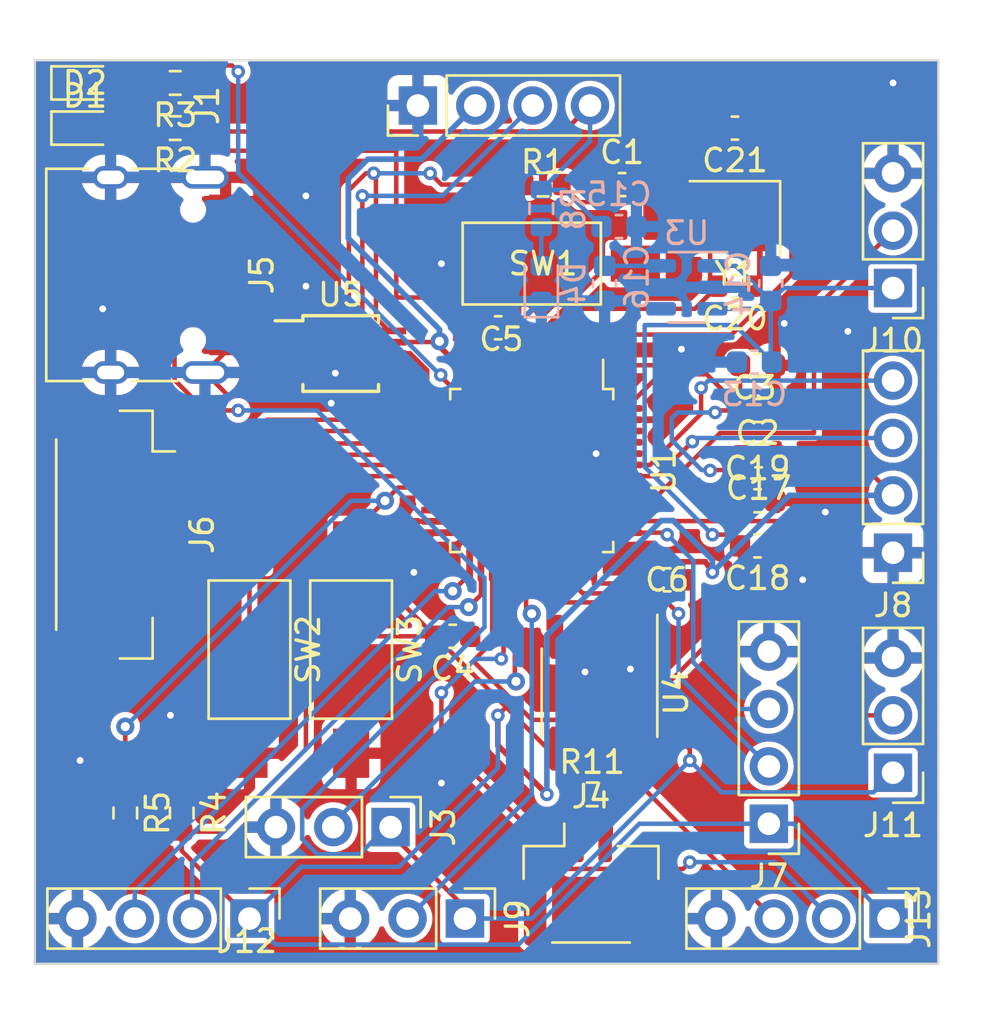
<source format=kicad_pcb>
(kicad_pcb (version 20221018) (generator pcbnew)
  (layers (0 "F.Cu" signal) (31 "B.Cu" signal) (34 "B.Paste" user) (35 "F.Paste" user) (36 "B.SilkS" user "B.Silkscreen") (37 "F.SilkS" user "F.Silkscreen") (38 "B.Mask" user) (39 "F.Mask" user) (44 "Edge.Cuts" user))
  (net 0 "")
  (net 1 "GND")
  (net 2 "/MCU/RESET")
  (net 3 "/MCU/XTAL_I")
  (net 4 "/MCU/XTAL_O")
  (net 5 "Net-(D4-A)")
  (net 6 "/MCU/LED1")
  (net 7 "/MCU/LED2")
  (net 9 "+3V3")
  (net 10 "+5V")
  (net 14 "/MCU/DIO")
  (net 15 "/MCU/CLK")
  (net 30 "Net-(D1-A)")
  (net 31 "Net-(D2-A)")
  (net 32 "/Connector/TXD")
  (net 33 "/Connector/RXD")
  (net 34 "/Connector/TIM1_CH")
  (net 35 "/Connector/-")
  (net 36 "/Connector/+")
  (net 37 "/Connector/DP")
  (net 38 "/Connector/DN")
  (net 39 "/Connector/SPI_CS")
  (net 40 "/Connector/SPI_SCK")
  (net 41 "/Connector/SPI_MISO")
  (net 42 "/Connector/SPI_MOSI")
  (net 43 "/Connector/GPIO0")
  (net 44 "/Connector/I2C1_SCL")
  (net 45 "/Connector/I2C1_SDA")
  (net 46 "/Connector/TIM1_CH2")
  (net 47 "/Connector/TIM2_CH2")
  (net 48 "/Connector/TIM2_CH1")
  (net 49 "/Connector/PB13")
  (net 50 "/Connector/PB12")
  (net 51 "/Connector/PB15")
  (net 52 "/Connector/PB14")
  (net 53 "/MCU/KEY1")
  (net 54 "/MCU/KEY2")
  (net 55 "/Connector/CAN_RX")
  (net 56 "/Connector/CAN_TX")
  (footprint "Button_Switch_SMD:SW_SPST_FSMSM" (layer "F.Cu") (at 202 81 180)
    (fp_text reference "SW1")
    (fp_text value " SW")
  )
  (footprint "Connector_PinHeader_2.54mm:PinHeader_1x03_P2.54mm_Vertical" (layer "F.Cu") (at 195.75 105.95 -90)
    (fp_text reference "J3")
    (fp_text value "Conn_01x03")
  )
  (footprint "Connector_PinHeader_2.54mm:PinHeader_1x04_P2.54mm_Vertical" (layer "F.Cu") (at 212.5 105.8 180)
    (fp_text reference "J7")
    (fp_text value "Conn_01x04")
  )
  (footprint "Capacitor_SMD:C_0603_1608Metric" (layer "F.Cu") (at 212 91.5)
    (fp_text reference "C19")
    (fp_text value "100n")
  )
  (footprint "ResistorSMD:R_0603_1608Metric" (layer "F.Cu") (at 186.5 105.325 -90)
    (fp_text reference "R4")
    (fp_text value "10k")
  )
  (footprint "LED_SMD:LED_0603_1608Metric" (layer "F.Cu") (at 182.2125 73)
    (fp_text reference "D2")
    (fp_text value "LED")
  )
  (footprint "Button_Switch_SMD:SW_SPST_FSMSM" (layer "F.Cu") (at 189.5 98.09 -90)
    (fp_text reference "SW2")
    (fp_text value " SW")
  )
  (footprint "Package_SO:SOIC-8_3.9x4.9mm_P1.27mm" (layer "F.Cu") (at 205 100 -90)
    (fp_text reference "U4")
    (fp_text value "TJA1051T-3")
  )
  (footprint "LED_SMD:LED_0603_1608Metric" (layer "F.Cu") (at 182.2125 75)
    (fp_text reference "D1")
    (fp_text value "LED")
  )
  (footprint "Connector_USB:USB_C_Receptacle_HRO_TYPE-C-31-M-12" (layer "F.Cu") (at 184.4 81.5 -90)
    (fp_text reference "J5")
    (fp_text value "USB_C_Receptacle_USB2.0")
  )
  (footprint "Connector_PinHeader_2.54mm:PinHeader_1x04_P2.54mm_Vertical" (layer "F.Cu") (at 189.5 110 -90)
    (fp_text reference "J12")
    (fp_text value "Conn_01x04")
  )
  (footprint "Connector_PinHeader_2.54mm:PinHeader_1x04_P2.54mm_Vertical" (layer "F.Cu") (at 196.96 74 90)
    (fp_text reference "J1")
    (fp_text value "Conn_01x04")
  )
  (footprint "Capacitor_SMD:C_0603_1608Metric" (layer "F.Cu") (at 200.515 83.84 180)
    (fp_text reference "C5")
    (fp_text value "100n")
  )
  (footprint "Connector_PinHeader_2.54mm:PinHeader_1x03_P2.54mm_Vertical" (layer "F.Cu") (at 218 103.54 180)
    (fp_text reference "J11")
    (fp_text value "Conn_01x03")
  )
  (footprint "Capacitor_SMD:C_0603_1608Metric" (layer "F.Cu") (at 206 77.5)
    (fp_text reference "C1")
    (fp_text value "100n")
  )
  (footprint "ResistorSMD:R_0603_1608Metric" (layer "F.Cu") (at 186.2125 75 180)
    (fp_text reference "R2")
    (fp_text value "1K")
  )
  (footprint "Capacitor_SMD:C_0603_1608Metric" (layer "F.Cu") (at 211 75 180)
    (fp_text reference "C21")
    (fp_text value "12p")
  )
  (footprint "Connector_PinHeader_2.54mm:PinHeader_1x04_P2.54mm_Vertical" (layer "F.Cu") (at 218 93.8 180)
    (fp_text reference "J8")
    (fp_text value "Conn_01x04")
  )
  (footprint "Connector_JST:JST_GH_SM02B-GHS-TB_1x02-1MP_P1.25mm_Horizontal" (layer "F.Cu") (at 204.625 108.5)
    (fp_text reference "J4")
    (fp_text value "Conn_01x02")
  )
  (footprint "Connector_JST:JST_GH_SM06B-GHS-TB_1x06-1MP_P1.25mm_Horizontal" (layer "F.Cu") (at 183.5 93 -90)
    (fp_text reference "J6")
    (fp_text value "Conn_01x06")
  )
  (footprint "Capacitor_SMD:C_0603_1608Metric" (layer "F.Cu") (at 212 85.5 180)
    (fp_text reference "C3")
    (fp_text value "100n")
  )
  (footprint "Connector_PinHeader_2.54mm:PinHeader_1x03_P2.54mm_Vertical" (layer "F.Cu") (at 218 82.08 180)
    (fp_text reference "J10")
    (fp_text value "Conn_01x03")
  )
  (footprint "Capacitor_SMD:C_0603_1608Metric" (layer "F.Cu") (at 198.5 97.5 180)
    (fp_text reference "C4")
    (fp_text value "100n")
  )
  (footprint "Connector_PinHeader_2.54mm:PinHeader_1x03_P2.54mm_Vertical" (layer "F.Cu") (at 199.04 110 -90)
    (fp_text reference "J9")
    (fp_text value "Conn_01x03")
  )
  (footprint "Connector_PinHeader_2.54mm:PinHeader_1x04_P2.54mm_Vertical" (layer "F.Cu") (at 217.8 110 -90)
    (fp_text reference "J13")
    (fp_text value "Conn_01x04")
  )
  (footprint "Capacitor_SMD:C_0603_1608Metric" (layer "F.Cu") (at 212.05 89.51 180)
    (fp_text reference "C17")
    (fp_text value "100n")
  )
  (footprint "Capacitor_SMD:C_0603_1608Metric" (layer "F.Cu") (at 212 93.5 180)
    (fp_text reference "C18")
    (fp_text value "100n")
  )
  (footprint "ResistorSMD:R_0603_1608Metric" (layer "F.Cu") (at 202.5 77.5 180)
    (fp_text reference "R1")
    (fp_text value "10k")
  )
  (footprint "Crystal:Crystal_SMD_3225-4Pin_3.2x2.5mm" (layer "F.Cu") (at 211 79 180)
    (fp_text reference "Y1")
    (fp_text value "12M")
  )
  (footprint "Capacitor_SMD:C_0603_1608Metric" (layer "F.Cu") (at 212 87.5 180)
    (fp_text reference "C2")
    (fp_text value "100n")
  )
  (footprint "ResistorSMD:R_0603_1608Metric" (layer "F.Cu") (at 204.675 104.5)
    (fp_text reference "R11")
    (fp_text value "120")
  )
  (footprint "ResistorSMD:R_0603_1608Metric" (layer "F.Cu") (at 184 105.325 -90)
    (fp_text reference "R5")
    (fp_text value "10k")
  )
  (footprint "Capacitor_SMD:C_0603_1608Metric" (layer "F.Cu") (at 208 95 180)
    (fp_text reference "C6")
    (fp_text value "100n")
  )
  (footprint "Button_Switch_SMD:SW_SPST_FSMSM" (layer "F.Cu") (at 194 98.09 -90)
    (fp_text reference "SW3")
    (fp_text value " SW")
  )
  (footprint "PackageQFP:LQFP-48_7x7mm_P0.5mm" (layer "F.Cu") (at 202 90.1625 -90)
    (fp_text reference "U1")
    (fp_text value "STM32F103C8Tx")
  )
  (footprint "Capacitor_SMD:C_0603_1608Metric" (layer "F.Cu") (at 211 82 180)
    (fp_text reference "C20")
    (fp_text value "12p")
  )
  (footprint "ResistorSMD:R_0603_1608Metric" (layer "F.Cu") (at 186.2125 73 180)
    (fp_text reference "R3")
    (fp_text value "1K")
  )
  (footprint "Package_SO:MSOP-10_3x3mm_P0.5mm" (layer "F.Cu") (at 193.54 84.98)
    (fp_text reference "U5")
    (fp_text value "CH340E")
  )
  (footprint "ResistorSMD:R_0603_1608Metric" (layer "B.Cu") (at 202.4225 78.56 90)
    (fp_text reference "R8")
    (fp_text value "10k")
  )
  (footprint "Capacitor_SMD:C_0603_1608Metric" (layer "B.Cu") (at 205.8625 79.36 180)
    (fp_text reference "C15")
    (fp_text value "100n")
  )
  (footprint "Capacitor_SMD:C_0603_1608Metric" (layer "B.Cu") (at 212.5825 81.875 -90)
    (fp_text reference "C14")
    (fp_text value "100n")
  )
  (footprint "Capacitor_SMD:C_0603_1608Metric" (layer "B.Cu") (at 211.8625 85.36)
    (fp_text reference "C13")
    (fp_text value "2.2u")
  )
  (footprint "PackageSOT:SOT-23-5" (layer "B.Cu") (at 208.8625 82.05 180)
    (fp_text reference "U3")
    (fp_text value "HX9193-33GB")
  )
  (footprint "Capacitor_SMD:C_0603_1608Metric" (layer "B.Cu") (at 205.2275 81.875 90)
    (fp_text reference "C16")
    (fp_text value "2.2u")
  )
  (footprint "LED_SMD:LED_0603_1608Metric" (layer "B.Cu") (at 202.4225 81.8875 90)
    (fp_text reference "D4")
    (fp_text value "RED")
  )
  (gr_rect locked (start 180 72) (end 220 112) (stroke (width 0.1)) (fill none) (layer "Edge.Cuts"))
  (segment (start 191.34 84.98) (end 192.4295 84.98) (width 0.2) (layer "F.Cu") (net 1))
  (segment (start 188.445 84.905) (end 187.53 85.82) (width 0.2) (layer "F.Cu") (net 1))
  (segment (start 199.275 97.5) (end 196.78 95.005) (width 0.2) (layer "F.Cu") (net 1))
  (segment (start 205.635 97.525) (end 205.635 98.215) (width 0.25) (layer "F.Cu") (net 1))
  (segment (start 206.37 98.95) (end 207.091396 98.95) (width 0.2) (layer "F.Cu") (net 1))
  (segment (start 211.85 79.85) (end 212.1 79.85) (width 0.25) (layer "F.Cu") (net 1))
  (segment (start 204.85 89.4125) (end 206.1625 89.4125) (width 0.2) (layer "F.Cu") (net 1))
  (segment (start 188.445 84.75) (end 188.445 84.905) (width 0.2) (layer "F.Cu") (net 1))
  (segment (start 206.905 101.567918) (end 206.905 102.475) (width 0.2) (layer "F.Cu") (net 1))
  (segment (start 204.25 94.325) (end 204.25 90.0125) (width 0.2) (layer "F.Cu") (net 1))
  (segment (start 188.56 86.85) (end 187.53 85.82) (width 0.2) (layer "F.Cu") (net 1))
  (segment (start 204.417082 99.08) (end 206.905 101.567918) (width 0.2) (layer "F.Cu") (net 1))
  (segment (start 196.78 95.005) (end 196.78 94.67) (width 0.2) (layer "F.Cu") (net 1))
  (segment (start 192.4295 84.98) (end 193.3 85.8505) (width 0.2) (layer "F.Cu") (net 1))
  (segment (start 209.1 96.941396) (end 209.1 95.325) (width 0.2) (layer "F.Cu") (net 1))
  (segment (start 209.1 95.325) (end 208.775 95) (width 0.2) (layer "F.Cu") (net 1))
  (segment (start 205.635 98.215) (end 206.37 98.95) (width 0.25) (layer "F.Cu") (net 1))
  (segment (start 204.36 99.08) (end 204.417082 99.08) (width 0.2) (layer "F.Cu") (net 1))
  (segment (start 187.53 85.665) (end 187.53 85.82) (width 0.2) (layer "F.Cu") (net 1))
  (segment (start 193.12 87.18) (end 192.79 86.85) (width 0.2) (layer "F.Cu") (net 1))
  (segment (start 212.1 79.85) (end 212.1 81.675) (width 0.25) (layer "F.Cu") (net 1))
  (segment (start 212.1 81.675) (end 211.775 82) (width 0.25) (layer "F.Cu") (net 1))
  (segment (start 192.79 86.85) (end 188.56 86.85) (width 0.2) (layer "F.Cu") (net 1))
  (segment (start 209.9 78.15) (end 210.15 78.15) (width 0.25) (layer "F.Cu") (net 1))
  (segment (start 204.25 90.0125) (end 204.85 89.4125) (width 0.2) (layer "F.Cu") (net 1))
  (segment (start 207.091396 98.95) (end 209.1 96.941396) (width 0.2) (layer "F.Cu") (net 1))
  (segment (start 210.15 78.15) (end 211.85 79.85) (width 0.25) (layer "F.Cu") (net 1))
  (via (at 204.36 99.08) (size 0.6) (drill 0.3) (layers "F.Cu" "B.Cu") (net 1))
  (via (at 193.12 87.18) (size 0.6) (drill 0.3) (layers "F.Cu" "B.Cu") (net 1))
  (via (at 182 103) (size 0.6) (drill 0.3) (layers "F.Cu" "B.Cu") (net 1))
  (via (at 193.3 85.8505) (size 0.6) (drill 0.3) (layers "F.Cu" "B.Cu") (net 1))
  (via (at 198 81) (size 0.6) (drill 0.3) (layers "F.Cu" "B.Cu") (net 1))
  (via (at 206.37 98.95) (size 0.6) (drill 0.3) (layers "F.Cu" "B.Cu") (net 1))
  (via (at 208.63 84.79) (size 0.6) (drill 0.3) (layers "F.Cu" "B.Cu") (net 1))
  (via (at 192 78) (size 0.6) (drill 0.3) (layers "F.Cu" "B.Cu") (net 1))
  (via (at 196.78 94.67) (size 0.6) (drill 0.3) (layers "F.Cu" "B.Cu") (net 1))
  (via (at 192 82) (size 0.6) (drill 0.3) (layers "F.Cu" "B.Cu") (net 1))
  (via (at 183 83) (size 0.6) (drill 0.3) (layers "F.Cu" "B.Cu") (net 1))
  (via (at 216 84) (size 0.6) (drill 0.3) (layers "F.Cu" "B.Cu") (net 1))
  (via (at 213.182 83.65) (size 0.6) (drill 0.3) (layers "F.Cu" "B.Cu") (net 1))
  (via (at 215 92) (size 0.6) (drill 0.3) (layers "F.Cu" "B.Cu") (net 1))
  (via (at 204.85 89.4125) (size 0.6) (drill 0.3) (layers "F.Cu" "B.Cu") (net 1))
  (via (at 214 95) (size 0.6) (drill 0.3) (layers "F.Cu" "B.Cu") (net 1))
  (via (at 186 101) (size 0.6) (drill 0.3) (layers "F.Cu" "B.Cu") (net 1))
  (via (at 198 104) (size 0.6) (drill 0.3) (layers "F.Cu" "B.Cu") (net 1))
  (via (at 218 73) (size 0.6) (drill 0.3) (layers "F.Cu" "B.Cu") (net 1))
  (segment (start 209.2 85.36) (end 208.63 84.79) (width 0.2) (layer "B.Cu") (net 1))
  (segment (start 219.175 83.255) (end 219.175 80.905) (width 0.25) (layer "B.Cu") (net 1))
  (segment (start 213.182 83.65) (end 218.78 83.65) (width 0.25) (layer "B.Cu") (net 1))
  (segment (start 218.78 83.65) (end 219.175 83.255) (width 0.25) (layer "B.Cu") (net 1))
  (segment (start 206.37 98.95) (end 204.49 98.95) (width 0.25) (layer "B.Cu") (net 1))
  (segment (start 201.56 83.5) (end 201.56 84.12) (width 0.25) (layer "B.Cu") (net 1))
  (segment (start 204.49 98.95) (end 204.36 99.08) (width 0.25) (layer "B.Cu") (net 1))
  (segment (start 202.4225 82.675) (end 202.385 82.675) (width 0.25) (layer "B.Cu") (net 1))
  (segment (start 212.7775 80.905) (end 212.5825 81.1) (width 0.25) (layer "B.Cu") (net 1))
  (segment (start 219.175 80.905) (end 212.7775 80.905) (width 0.25) (layer "B.Cu") (net 1))
  (segment (start 202.385 82.675) (end 201.56 83.5) (width 0.25) (layer "B.Cu") (net 1))
  (segment (start 211.0875 85.36) (end 209.2 85.36) (width 0.2) (layer "B.Cu") (net 1))
  (segment (start 193.12 86.12) (end 192 85) (width 0.25) (layer "B.Cu") (net 1))
  (segment (start 193.12 87.18) (end 193.12 86.12) (width 0.25) (layer "B.Cu") (net 1))
  (segment (start 206.775 77.5) (end 206 78.275) (width 0.2) (layer "F.Cu") (net 2))
  (segment (start 206.59 77.685) (end 206.775 77.5) (width 0.2) (layer "F.Cu") (net 2))
  (segment (start 206 78.275) (end 204.1 78.275) (width 0.2) (layer "F.Cu") (net 2))
  (segment (start 201.75 84.684315) (end 201.75 86) (width 0.2) (layer "F.Cu") (net 2))
  (segment (start 204.1 78.275) (end 203.325 77.5) (width 0.2) (layer "F.Cu") (net 2))
  (segment (start 205.434315 81) (end 201.75 84.684315) (width 0.2) (layer "F.Cu") (net 2))
  (segment (start 206.59 81) (end 205.434315 81) (width 0.2) (layer "F.Cu") (net 2))
  (segment (start 206.59 81) (end 206.59 77.685) (width 0.2) (layer "F.Cu") (net 2))
  (segment (start 210.852462 84.14) (end 213.5 81.492462) (width 0.2) (layer "F.Cu") (net 3))
  (segment (start 213.5 81.492462) (end 213.5 79.45) (width 0.2) (layer "F.Cu") (net 3))
  (segment (start 213.5 79.45) (end 212.2 78.15) (width 0.2) (layer "F.Cu") (net 3))
  (segment (start 205.97 84.14) (end 210.852462 84.14) (width 0.2) (layer "F.Cu") (net 3))
  (segment (start 202.75 85.23217) (end 203.20217 84.78) (width 0.2) (layer "F.Cu") (net 3))
  (segment (start 212.1 78.15) (end 212.1 75.325) (width 0.2) (layer "F.Cu") (net 3))
  (segment (start 205.33 84.78) (end 205.97 84.14) (width 0.2) (layer "F.Cu") (net 3))
  (segment (start 203.20217 84.78) (end 205.33 84.78) (width 0.2) (layer "F.Cu") (net 3))
  (segment (start 212.1 75.325) (end 211.775 75) (width 0.2) (layer "F.Cu") (net 3))
  (segment (start 212.2 78.15) (end 212.1 78.15) (width 0.2) (layer "F.Cu") (net 3))
  (segment (start 202.75 86) (end 202.75 85.23217) (width 0.2) (layer "F.Cu") (net 3))
  (segment (start 204.25 83) (end 202.25 85) (width 0.2) (layer "F.Cu") (net 4))
  (segment (start 209.9 81.675) (end 210.225 82) (width 0.2) (layer "F.Cu") (net 4))
  (segment (start 202.25 85) (end 202.25 86) (width 0.2) (layer "F.Cu") (net 4))
  (segment (start 210.225 82) (end 209.225 83) (width 0.2) (layer "F.Cu") (net 4))
  (segment (start 209.9 79.85) (end 209.9 81.675) (width 0.2) (layer "F.Cu") (net 4))
  (segment (start 209.225 83) (end 204.25 83) (width 0.2) (layer "F.Cu") (net 4))
  (segment (start 202.4225 79.385) (end 202.4225 81.1) (width 0.2) (layer "B.Cu") (net 5))
  (segment (start 198.61 84.36) (end 198.61 83.39) (width 0.2) (layer "F.Cu") (net 6))
  (segment (start 200.25 85.23217) (end 199.98033 84.9625) (width 0.2) (layer "F.Cu") (net 6))
  (segment (start 200.25 86) (end 200.25 85.23217) (width 0.2) (layer "F.Cu") (net 6))
  (segment (start 196 82.5) (end 196 76) (width 0.2) (layer "F.Cu") (net 6))
  (segment (start 196 76) (end 182.425 76) (width 0.2) (layer "F.Cu") (net 6))
  (segment (start 197.72 82.5) (end 196 82.5) (width 0.2) (layer "F.Cu") (net 6))
  (segment (start 199.98033 84.9625) (end 199.2125 84.9625) (width 0.2) (layer "F.Cu") (net 6))
  (segment (start 199.2125 84.9625) (end 198.61 84.36) (width 0.2) (layer "F.Cu") (net 6))
  (segment (start 198.61 83.39) (end 197.72 82.5) (width 0.2) (layer "F.Cu") (net 6))
  (segment (start 182.425 76) (end 181.425 75) (width 0.2) (layer "F.Cu") (net 6))
  (segment (start 199.01967 87.0375) (end 199.48033 87.0375) (width 0.2) (layer "F.Cu") (net 7))
  (segment (start 197.97 85.93) (end 197.97 85.98783) (width 0.2) (layer "F.Cu") (net 7))
  (segment (start 189 72.5) (end 188.725 72.225) (width 0.2) (layer "F.Cu") (net 7))
  (segment (start 199.75 86.76783) (end 199.75 86) (width 0.2) (layer "F.Cu") (net 7))
  (segment (start 197.97 85.98783) (end 199.01967 87.0375) (width 0.2) (layer "F.Cu") (net 7))
  (segment (start 182.2 72.225) (end 181.425 73) (width 0.2) (layer "F.Cu") (net 7))
  (segment (start 199.48033 87.0375) (end 199.75 86.76783) (width 0.2) (layer "F.Cu") (net 7))
  (segment (start 188.725 72.225) (end 182.2 72.225) (width 0.2) (layer "F.Cu") (net 7))
  (via (at 197.97 85.93) (size 0.6) (drill 0.3) (layers "F.Cu" "B.Cu") (net 7))
  (via (at 189 72.5) (size 0.6) (drill 0.3) (layers "F.Cu" "B.Cu") (net 7))
  (segment (start 197.97 85.93) (end 197.94005 85.93) (width 0.2) (layer "B.Cu") (net 7))
  (segment (start 189 76.98995) (end 189 72.5) (width 0.2) (layer "B.Cu") (net 7))
  (segment (start 197.94005 85.93) (end 189 76.98995) (width 0.2) (layer "B.Cu") (net 7))
  (segment (start 210.21 87.5) (end 210.12 87.59) (width 0.2) (layer "F.Cu") (net 9))
  (segment (start 192 97.5) (end 197.725 97.5) (width 0.2) (layer "F.Cu") (net 9))
  (segment (start 201.675 77.5) (end 201.675 76.905) (width 0.2) (layer "F.Cu") (net 9))
  (segment (start 197.688971 92.9125) (end 197.8375 92.9125) (width 0.2) (layer "F.Cu") (net 9))
  (segment (start 207.0625 95.1625) (end 204.75 95.1625) (width 0.2) (layer "F.Cu") (net 9))
  (segment (start 193.9 77.751471) (end 193.9 84.9) (width 0.2) (layer "F.Cu") (net 9))
  (segment (start 186.5 107) (end 186.5 106.15) (width 0.2) (layer "F.Cu") (net 9))
  (segment (start 205.25 85.5) (end 204.75 86) (width 0.2) (layer "F.Cu") (net 9))
  (segment (start 195.1 77.1) (end 195.1 83.4) (width 0.2) (layer "F.Cu") (net 9))
  (segment (start 211.225 87.5) (end 211.225 87.376471) (width 0.2) (layer "F.Cu") (net 9))
  (segment (start 200.75 84.845) (end 200.75 86) (width 0.2) (layer "F.Cu") (net 9))
  (segment (start 202.67 104.5) (end 200.5 102.33) (width 0.25) (layer "F.Cu") (net 9))
  (segment (start 194.651471 77) (end 193.9 77.751471) (width 0.2) (layer "F.Cu") (net 9))
  (segment (start 203.44 88.08) (end 204.75 86.77) (width 0.2) (layer "F.Cu") (net 9))
  (segment (start 186.5 106.15) (end 188.35 106.15) (width 0.2) (layer "F.Cu") (net 9))
  (segment (start 211.225 87.376471) (end 209.748529 85.9) (width 0.2) (layer "F.Cu") (net 9))
  (segment (start 187.0375 75) (end 187.1875 75.15) (width 0.2) (layer "F.Cu") (net 9))
  (segment (start 187.0375 75) (end 187.0375 73) (width 0.2) (layer "F.Cu") (net 9))
  (segment (start 200.5 101) (end 200.8625 100.6375) (width 0.2) (layer "F.Cu") (net 9))
  (segment (start 194.5 85.5) (end 195.7 85.5) (width 0.2) (layer "F.Cu") (net 9))
  (segment (start 201.675 77.5) (end 200.275 78.9) (width 0.2) (layer "F.Cu") (net 9))
  (segment (start 207.225 95) (end 207.0625 95.1625) (width 0.2) (layer "F.Cu") (net 9))
  (segment (start 200.5 102.33) (end 200.5 101) (width 0.25) (layer "F.Cu") (net 9))
  (segment (start 211.225 89.56) (end 211.225 91.5) (width 0.2) (layer "F.Cu") (net 9))
  (segment (start 199.74 83.84) (end 200.275 83.305) (width 0.25) (layer "F.Cu") (net 9))
  (segment (start 210 94.67) (end 209.96 94.47) (width 0.25) (layer "F.Cu") (net 9))
  (segment (start 209.92 90.14) (end 209.9 90.16) (width 0.2) (layer "F.Cu") (net 9))
  (segment (start 195 77) (end 195.1 77.1) (width 0.2) (layer "F.Cu") (net 9))
  (segment (start 211.225 85.5) (end 205.25 85.5) (width 0.2) (layer "F.Cu") (net 9))
  (segment (start 200.275 83.305) (end 200.275 78.9) (width 0.25) (layer "F.Cu") (net 9))
  (segment (start 204.75 86.77) (end 204.75 86) (width 0.2) (layer "F.Cu") (net 9))
  (segment (start 193.9 84.9) (end 194.5 85.5) (width 0.2) (layer "F.Cu") (net 9))
  (segment (start 199.745 83.84) (end 200.75 84.845) (width 0.2) (layer "F.Cu") (net 9))
  (segment (start 203.43 75.15) (end 204.58 74) (width 0.2) (layer "F.Cu") (net 9))
  (segment (start 196.18 94.421471) (end 197.688971 92.9125) (width 0.2) (layer "F.Cu") (net 9))
  (segment (start 200.76 88.08) (end 203.44 88.08) (width 0.2) (layer "F.Cu") (net 9))
  (segment (start 195 77) (end 194.651471 77) (width 0.2) (layer "F.Cu") (net 9))
  (segment (start 211.275 89.51) (end 210.645 90.14) (width 0.2) (layer "F.Cu") (net 9))
  (segment (start 199.74 83.84) (end 199.745 83.84) (width 0.2) (layer "F.Cu") (net 9))
  (segment (start 201.675 77.5) (end 198 77.5) (width 0.2) (layer "F.Cu") (net 9))
  (segment (start 218 91.26) (end 217.15 90.41) (width 0.2) (layer "F.Cu") (net 9))
  (segment (start 197.725 97.5) (end 196.18 95.955) (width 0.2) (layer "F.Cu") (net 9))
  (segment (start 207.675 85.9) (end 206.1625 87.4125) (width 0.2) (layer "F.Cu") (net 9))
  (segment (start 187.1875 75.15) (end 203.43 75.15) (width 0.2) (layer "F.Cu") (net 9))
  (segment (start 192 102.5) (end 192 97.5) (width 0.2) (layer "F.Cu") (net 9))
  (segment (start 210.645 90.14) (end 209.92 90.14) (width 0.2) (layer "F.Cu") (net 9))
  (segment (start 210.12 87.59) (end 210.13 87.78) (width 0.2) (layer "F.Cu") (net 9))
  (segment (start 203.095 102.475) (end 202.7 102.475) (width 0.2) (layer "F.Cu") (net 9))
  (segment (start 209.748529 85.9) (end 207.675 85.9) (width 0.2) (layer "F.Cu") (net 9))
  (segment (start 209.88 90.14) (end 209.85 90.14) (width 0.2) (layer "F.Cu") (net 9))
  (segment (start 200.75 88.07) (end 200.76 88.08) (width 0.2) (layer "F.Cu") (net 9))
  (segment (start 189.5 110) (end 186.5 107) (width 0.2) (layer "F.Cu") (net 9))
  (segment (start 196.18 95.955) (end 196.18 94.421471) (width 0.2) (layer "F.Cu") (net 9))
  (segment (start 188.35 106.15) (end 192 102.5) (width 0.2) (layer "F.Cu") (net 9))
  (segment (start 211.225 85.5) (end 211.225 87.5) (width 0.2) (layer "F.Cu") (net 9))
  (segment (start 208.025 94.2) (end 209.69 94.2) (width 0.25) (layer "F.Cu") (net 9))
  (segment (start 195.1 83.4) (end 195.7 84) (width 0.2) (layer "F.Cu") (net 9))
  (segment (start 217.15 90.41) (end 212.315 90.41) (width 0.2) (layer "F.Cu") (net 9))
  (segment (start 184 106.15) (end 186.5 106.15) (width 0.2) (layer "F.Cu") (net 9))
  (segment (start 211.225 87.5) (end 210.21 87.5) (width 0.2) (layer "F.Cu") (net 9))
  (segment (start 209.69 94.2) (end 210 94.67) (width 0.25) (layer "F.Cu") (net 9))
  (segment (start 207.225 95) (end 208.025 94.2) (width 0.25) (layer "F.Cu") (net 9))
  (segment (start 204.75 94.325) (end 204.75 95.1625) (width 0.2) (layer "F.Cu") (net 9))
  (segment (start 211.275 89.51) (end 211.225 89.56) (width 0.2) (layer "F.Cu") (net 9))
  (segment (start 200.75 86) (end 200.75 88.07) (width 0.2) (layer "F.Cu") (net 9))
  (segment (start 209.9 90.16) (end 209.88 90.14) (width 0.2) (layer "F.Cu") (net 9))
  (segment (start 200.275 83.05) (end 200.275 83.305) (width 0.25) (layer "F.Cu") (net 9))
  (segment (start 212.315 90.41) (end 211.225 91.5) (width 0.2) (layer "F.Cu") (net 9))
  (segment (start 201.675 76.905) (end 204.58 74) (width 0.2) (layer "F.Cu") (net 9))
  (segment (start 198 77.5) (end 197.5 77) (width 0.2) (layer "F.Cu") (net 9))
  (segment (start 202.7 102.475) (end 200.8625 100.6375) (width 0.2) (layer "F.Cu") (net 9))
  (segment (start 200.8625 100.6375) (end 197.725 97.5) (width 0.2) (layer "F.Cu") (net 9))
  (via (at 210 94.67) (size 0.6) (drill 0.3) (layers "F.Cu" "B.Cu") (net 9))
  (via (at 195 77) (size 0.6) (drill 0.3) (layers "F.Cu" "B.Cu") (net 9))
  (via (at 210.12 87.59) (size 0.6) (drill 0.3) (layers "F.Cu" "B.Cu") (net 9))
  (via (at 200.5 101) (size 0.6) (drill 0.3) (layers "F.Cu" "B.Cu") (net 9))
  (via (at 202.67 104.5) (size 0.6) (drill 0.3) (layers "F.Cu" "B.Cu") (net 9))
  (via (at 197.5 77) (size 0.6) (drill 0.3) (layers "F.Cu" "B.Cu") (net 9))
  (via (at 209.9 90.16) (size 0.6) (drill 0.3) (layers "F.Cu" "B.Cu") (net 9))
  (segment (start 205.0875 79.36) (end 203.4625 77.735) (width 0.2) (layer "B.Cu") (net 9))
  (segment (start 200.5 103.325) (end 200.5 101) (width 0.2) (layer "B.Cu") (net 9))
  (segment (start 197.5 77) (end 195.5 77) (width 0.2) (layer "B.Cu") (net 9))
  (segment (start 208.2 87.86) (end 208.2 88.818529) (width 0.2) (layer "B.Cu") (net 9))
  (segment (start 213.41 91.26) (end 218 91.26) (width 0.25) (layer "B.Cu") (net 9))
  (segment (start 195.5 77) (end 195 77) (width 0.2) (layer "B.Cu") (net 9))
  (segment (start 208.258884 92.375) (end 207.741116 92.375) (width 0.25) (layer "B.Cu") (net 9))
  (segment (start 205.0875 79.36) (end 205.0875 80.96) (width 0.2) (layer "B.Cu") (net 9))
  (segment (start 207.725 81.1) (end 205.2275 81.1) (width 0.2) (layer "B.Cu") (net 9))
  (segment (start 204.58 74) (end 204.58 75.5775) (width 0.2) (layer "B.Cu") (net 9))
  (segment (start 204.58 75.5775) (end 202.4225 77.735) (width 0.2) (layer "B.Cu") (net 9))
  (segment (start 208.2 87.86) (end 208.2 87.85) (width 0.2) (layer "B.Cu") (net 9))
  (segment (start 209.521471 90.14) (end 209.84 90.14) (width 0.2) (layer "B.Cu") (net 9))
  (segment (start 208.2 87.85) (end 208.46 87.59) (width 0.2) (layer "B.Cu") (net 9))
  (segment (start 205.0875 80.96) (end 205.2275 81.1) (width 0.2) (layer "B.Cu") (net 9))
  (segment (start 191.794314 107.705686) (end 196.119314 107.705686) (width 0.2) (layer "B.Cu") (net 9))
  (segment (start 212.5 105.8) (end 206.765686 105.8) (width 0.2) (layer "B.Cu") (net 9))
  (segment (start 202.67 97.446116) (end 202.67 104.5) (width 0.25) (layer "B.Cu") (net 9))
  (segment (start 190.65 111.15) (end 189.5 110) (width 0.2) (layer "B.Cu") (net 9))
  (segment (start 189.5 110) (end 191.794314 107.705686) (width 0.2) (layer "B.Cu") (net 9))
  (segment (start 206.765686 105.8) (end 201.415686 111.15) (width 0.2) (layer "B.Cu") (net 9))
  (segment (start 196.119314 107.705686) (end 200.5 103.325) (width 0.2) (layer "B.Cu") (net 9))
  (segment (start 210 94.67) (end 210 94.116116) (width 0.25) (layer "B.Cu") (net 9))
  (segment (start 207.741116 92.375) (end 202.67 97.446116) (width 0.25) (layer "B.Cu") (net 9))
  (segment (start 202.67 104.5) (end 202.67 104.4) (width 0.25) (layer "B.Cu") (net 9))
  (segment (start 201.415686 111.15) (end 190.65 111.15) (width 0.2) (layer "B.Cu") (net 9))
  (segment (start 208.46 87.59) (end 210.12 87.59) (width 0.2) (layer "B.Cu") (net 9))
  (segment (start 210 94.67) (end 213.41 91.26) (width 0.25) (layer "B.Cu") (net 9))
  (segment (start 213.6 105.8) (end 217.8 110) (width 0.2) (layer "B.Cu") (net 9))
  (segment (start 208.2 88.818529) (end 209.521471 90.14) (width 0.2) (layer "B.Cu") (net 9))
  (segment (start 210 94.116116) (end 208.258884 92.375) (width 0.25) (layer "B.Cu") (net 9))
  (segment (start 203.4625 77.735) (end 202.4225 77.735) (width 0.2) (layer "B.Cu") (net 9))
  (segment (start 212.5 105.8) (end 213.6 105.8) (width 0.2) (layer "B.Cu") (net 9))
  (segment (start 187.514594 83.95) (end 187.279594 83.715) (width 0.2) (layer "F.Cu") (net 10))
  (segment (start 186.5 82.935406) (end 187.514594 83.95) (width 0.2) (layer "F.Cu") (net 10))
  (segment (start 204.365 97.866396) (end 207.059302 100.560698) (width 0.2) (layer "F.Cu") (net 10))
  (segment (start 209 102.501396) (end 209 103) (width 0.2) (layer "F.Cu") (net 10))
  (segment (start 186.18 84.255406) (end 186.18 86.151371) (width 0.2) (layer "F.Cu") (net 10))
  (segment (start 186.720406 83.715) (end 186.18 84.255406) (width 0.2) (layer "F.Cu") (net 10))
  (segment (start 211.225 96.395) (end 207.059302 100.560698) (width 0.2) (layer "F.Cu") (net 10))
  (segment (start 186.5 80.07) (end 186.5 82.935406) (width 0.2) (layer "F.Cu") (net 10))
  (segment (start 204.365 97.525) (end 204.365 97.866396) (width 0.2) (layer "F.Cu") (net 10))
  (segment (start 188.445 79.05) (end 187.52 79.05) (width 0.2) (layer "F.Cu") (net 10))
  (segment (start 207.059302 100.560698) (end 209 102.501396) (width 0.2) (layer "F.Cu") (net 10))
  (segment (start 199.04 110) (end 199.04 109.515) (width 0.2) (layer "F.Cu") (net 10))
  (segment (start 199.04 109.515) (end 195.525 106) (width 0.2) (layer "F.Cu") (net 10))
  (segment (start 186.18 86.151371) (end 187.528629 87.5) (width 0.2) (layer "F.Cu") (net 10))
  (segment (start 187.514594 83.95) (end 188.445 83.95) (width 0.2) (layer "F.Cu") (net 10))
  (segment (start 211.225 93.5) (end 211.225 96.395) (width 0.2) (layer "F.Cu") (net 10))
  (segment (start 187.528629 87.5) (end 189 87.5) (width 0.2) (layer "F.Cu") (net 10))
  (segment (start 210.725 93) (end 211.225 93.5) (width 0.2) (layer "F.Cu") (net 10))
  (segment (start 187.279594 83.715) (end 186.720406 83.715) (width 0.2) (layer "F.Cu") (net 10))
  (segment (start 187.52 79.05) (end 186.5 80.07) (width 0.2) (layer "F.Cu") (net 10))
  (segment (start 210 93) (end 210.725 93) (width 0.2) (layer "F.Cu") (net 10))
  (via (at 189 87.5) (size 0.6) (drill 0.3) (layers "F.Cu" "B.Cu") (net 10))
  (via (at 210 93) (size 0.6) (drill 0.3) (layers "F.Cu" "B.Cu") (net 10))
  (via (at 209 103) (size 0.6) (drill 0.3) (layers "F.Cu" "B.Cu") (net 10))
  (segment (start 217.13 104.41) (end 218 103.54) (width 0.2) (layer "B.Cu") (net 10))
  (segment (start 212.2325 83) (end 210 83) (width 0.2) (layer "B.Cu") (net 10))
  (segment (start 218 82.08) (end 213.1525 82.08) (width 0.2) (layer "B.Cu") (net 10))
  (segment (start 191.835 105.165) (end 191.835 106.476346) (width 0.2) (layer "B.Cu") (net 10))
  (segment (start 212.5825 85.305) (end 212.6375 85.36) (width 0.2) (layer "B.Cu") (net 10))
  (segment (start 192.48995 87.5) (end 199.906755 94.916805) (width 0.2) (layer "B.Cu") (net 10))
  (segment (start 191.835 106.476346) (end 192.508654 107.15) (width 0.2) (layer "B.Cu") (net 10))
  (segment (start 212.5825 82.65) (end 211.0325 81.1) (width 0.2) (layer "B.Cu") (net 10))
  (segment (start 199.906755 97.093245) (end 191.835 105.165) (width 0.2) (layer "B.Cu") (net 10))
  (segment (start 194.375 107.15) (end 195.525 106) (width 0.2) (layer "B.Cu") (net 10))
  (segment (start 212.5825 82.65) (end 212.2325 83) (width 0.2) (layer "B.Cu") (net 10))
  (segment (start 209 103) (end 210.41 104.41) (width 0.2) (layer "B.Cu") (net 10))
  (segment (start 213.1525 82.08) (end 212.5825 82.65) (width 0.2) (layer "B.Cu") (net 10))
  (segment (start 211.0325 81.1) (end 210 81.1) (width 0.2) (layer "B.Cu") (net 10))
  (segment (start 212.6375 85.36) (end 210.9975 83.72) (width 0.2) (layer "B.Cu") (net 10))
  (segment (start 212.5825 82.65) (end 212.5825 85.305) (width 0.2) (layer "B.Cu") (net 10))
  (segment (start 207 90) (end 210 93) (width 0.2) (layer "B.Cu") (net 10))
  (segment (start 210.9975 83.72) (end 207.01 83.72) (width 0.2) (layer "B.Cu") (net 10))
  (segment (start 210.41 104.41) (end 217.13 104.41) (width 0.2) (layer "B.Cu") (net 10))
  (segment (start 199.906755 94.916805) (end 199.906755 97.093245) (width 0.2) (layer "B.Cu") (net 10))
  (segment (start 189 87.5) (end 192.48995 87.5) (width 0.2) (layer "B.Cu") (net 10))
  (segment (start 202 110) (end 199.04 110) (width 0.2) (layer "B.Cu") (net 10))
  (segment (start 192.508654 107.15) (end 194.375 107.15) (width 0.2) (layer "B.Cu") (net 10))
  (segment (start 209 103) (end 202 110) (width 0.2) (layer "B.Cu") (net 10))
  (segment (start 207 83.73) (end 207 90) (width 0.2) (layer "B.Cu") (net 10))
  (segment (start 207.01 83.72) (end 207 83.73) (width 0.2) (layer "B.Cu") (net 10))
  (segment (start 204.25717 95.6) (end 205.887082 95.6) (width 0.2) (layer "F.Cu") (net 14))
  (segment (start 205.887082 95.6) (end 206.287082 96) (width 0.2) (layer "F.Cu") (net 14))
  (segment (start 203.75 94.325) (end 203.75 95.09283) (width 0.2) (layer "F.Cu") (net 14))
  (segment (start 203.75 95.09283) (end 204.25717 95.6) (width 0.2) (layer "F.Cu") (net 14))
  (segment (start 206.287082 96) (end 208 96) (width 0.2) (layer "F.Cu") (net 14))
  (segment (start 208.5 96.5) (end 208 96) (width 0.2) (layer "F.Cu") (net 14))
  (via (at 208.5 96.5) (size 0.6) (drill 0.3) (layers "F.Cu" "B.Cu") (net 14))
  (segment (start 208.5 99.26) (end 212.5 103.26) (width 0.2) (layer "B.Cu") (net 14))
  (segment (start 208.5 96.5) (end 208.5 99.26) (width 0.2) (layer "B.Cu") (net 14))
  (segment (start 206.1625 92.9125) (end 207.9125 92.9125) (width 0.2) (layer "F.Cu") (net 15))
  (segment (start 207.9125 92.9125) (end 208 93) (width 0.2) (layer "F.Cu") (net 15))
  (via (at 208 93) (size 0.6) (drill 0.3) (layers "F.Cu" "B.Cu") (net 15))
  (segment (start 209.152843 94.152843) (end 209.152843 98.652843) (width 0.2) (layer "B.Cu") (net 15))
  (segment (start 208 93) (end 209.152843 94.152843) (width 0.2) (layer "B.Cu") (net 15))
  (segment (start 211.22 100.72) (end 212.5 100.72) (width 0.2) (layer "B.Cu") (net 15))
  (segment (start 209.152843 98.652843) (end 211.22 100.72) (width 0.2) (layer "B.Cu") (net 15))
  (segment (start 185.3875 75) (end 183 75) (width 0.2) (layer "F.Cu") (net 30))
  (segment (start 185.3875 73) (end 183 73) (width 0.2) (layer "F.Cu") (net 31))
  (segment (start 197.884807 84.47) (end 195.75 84.47) (width 0.2) (layer "F.Cu") (net 32))
  (segment (start 197.91506 84.439747) (end 197.884807 84.47) (width 0.2) (layer "F.Cu") (net 32))
  (segment (start 197.91506 84.439747) (end 197.91506 84.66506) (width 0.25) (layer "F.Cu") (net 32))
  (segment (start 197.91506 84.66506) (end 199.25 86) (width 0.25) (layer "F.Cu") (net 32))
  (via (at 197.91506 84.439747) (size 0.8) (drill 0.4) (layers "F.Cu" "B.Cu") (net 32))
  (segment (start 197.91506 83.91506) (end 193.875 79.875) (width 0.25) (layer "B.Cu") (net 32))
  (segment (start 193.875 77.241116) (end 194.741116 76.375) (width 0.25) (layer "B.Cu") (net 32))
  (segment (start 193.875 79.875) (end 193.875 77.241116) (width 0.25) (layer "B.Cu") (net 32))
  (segment (start 197.91506 84.439747) (end 197.91506 83.91506) (width 0.25) (layer "B.Cu") (net 32))
  (segment (start 197.125 76.375) (end 199.5 74) (width 0.25) (layer "B.Cu") (net 32))
  (segment (start 194.741116 76.375) (end 197.125 76.375) (width 0.25) (layer "B.Cu") (net 32))
  (segment (start 197.45 87.4125) (end 197.8375 87.4125) (width 0.2) (layer "F.Cu") (net 33))
  (segment (start 194.8 84.97) (end 195.75 84.97) (width 0.2) (layer "F.Cu") (net 33))
  (segment (start 196.62 84.97) (end 195.75 84.97) (width 0.2) (layer "F.Cu") (net 33))
  (segment (start 197.37 86.945) (end 197.37 85.72) (width 0.2) (layer "F.Cu") (net 33))
  (segment (start 194.5 84.67) (end 194.8 84.97) (width 0.2) (layer "F.Cu") (net 33))
  (segment (start 197.37 85.72) (end 196.62 84.97) (width 0.2) (layer "F.Cu") (net 33))
  (segment (start 197.8375 87.4125) (end 197.37 86.945) (width 0.2) (layer "F.Cu") (net 33))
  (segment (start 194.5 78) (end 194.5 84.67) (width 0.2) (layer "F.Cu") (net 33))
  (via (at 194.5 78) (size 0.6) (drill 0.3) (layers "F.Cu" "B.Cu") (net 33))
  (segment (start 194.5 78) (end 198.04 78) (width 0.2) (layer "B.Cu") (net 33))
  (segment (start 198.04 78) (end 202.04 74) (width 0.2) (layer "B.Cu") (net 33))
  (segment (start 201.3005 99.5) (end 201.25 99.4495) (width 0.2) (layer "F.Cu") (net 34))
  (segment (start 201.25 99.4495) (end 201.25 94.325) (width 0.2) (layer "F.Cu") (net 34))
  (via (at 201.3005 99.5) (size 0.8) (drill 0.4) (layers "F.Cu" "B.Cu") (net 34))
  (segment (start 201.3005 99.5) (end 199.485 99.5) (width 0.2) (layer "B.Cu") (net 34))
  (segment (start 199.485 99.5) (end 192.985 106) (width 0.2) (layer "B.Cu") (net 34))
  (segment (start 203.85 106.5) (end 204 106.65) (width 0.2) (layer "F.Cu") (net 35))
  (segment (start 203.85 104.5) (end 203.85 106.5) (width 0.2) (layer "F.Cu") (net 35))
  (segment (start 204.365 103.985) (end 203.85 104.5) (width 0.2) (layer "F.Cu") (net 35))
  (segment (start 204.365 102.475) (end 204.365 103.985) (width 0.2) (layer "F.Cu") (net 35))
  (segment (start 205.5 102.61) (end 205.635 102.475) (width 0.2) (layer "F.Cu") (net 36))
  (segment (start 205.5 104.5) (end 205.5 102.61) (width 0.2) (layer "F.Cu") (net 36))
  (segment (start 205.5 104.5) (end 205.5 106.4) (width 0.2) (layer "F.Cu") (net 36))
  (segment (start 205.5 106.4) (end 205.25 106.65) (width 0.2) (layer "F.Cu") (net 36))
  (segment (start 194.07 85.76) (end 192.34 84.03) (width 0.2) (layer "F.Cu") (net 37))
  (segment (start 190.75 81.25) (end 188.445 81.25) (width 0.2) (layer "F.Cu") (net 37))
  (segment (start 192.34 84.03) (end 191.39 84.03) (width 0.2) (layer "F.Cu") (net 37))
  (segment (start 190.8 83.44) (end 190.8 81.3) (width 0.2) (layer "F.Cu") (net 37))
  (segment (start 190.8 81.3) (end 190.75 81.25) (width 0.2) (layer "F.Cu") (net 37))
  (segment (start 189.9 82.73) (end 189.9 86.19) (width 0.2) (layer "F.Cu") (net 37))
  (segment (start 191.39 84.03) (end 190.8 83.44) (width 0.2) (layer "F.Cu") (net 37))
  (segment (start 189.9 86.19) (end 190.16 86.45) (width 0.2) (layer "F.Cu") (net 37))
  (segment (start 188.445 82.25) (end 189.42 82.25) (width 0.2) (layer "F.Cu") (net 37))
  (segment (start 189.42 82.25) (end 189.9 82.73) (width 0.2) (layer "F.Cu") (net 37))
  (segment (start 190.16 86.45) (end 194.07 86.45) (width 0.2) (layer "F.Cu") (net 37))
  (segment (start 194.07 86.45) (end 194.07 85.76) (width 0.2) (layer "F.Cu") (net 37))
  (segment (start 187.42 80.8) (end 187.42 81.7) (width 0.2) (layer "F.Cu") (net 38))
  (segment (start 187.47 80.75) (end 187.42 80.8) (width 0.2) (layer "F.Cu") (net 38))
  (segment (start 189.85 81.75) (end 188.445 81.75) (width 0.2) (layer "F.Cu") (net 38))
  (segment (start 187.42 81.7) (end 187.47 81.75) (width 0.2) (layer "F.Cu") (net 38))
  (segment (start 187.47 81.75) (end 188.445 81.75) (width 0.2) (layer "F.Cu") (net 38))
  (segment (start 188.445 80.75) (end 187.47 80.75) (width 0.2) (layer "F.Cu") (net 38))
  (segment (start 191.3 84.5) (end 190.35 84.5) (width 0.2) (layer "F.Cu") (net 38))
  (segment (start 190.3 82.2) (end 189.85 81.75) (width 0.2) (layer "F.Cu") (net 38))
  (segment (start 190.35 84.5) (end 190.3 84.45) (width 0.2) (layer "F.Cu") (net 38))
  (segment (start 190.3 84.45) (end 190.3 82.2) (width 0.2) (layer "F.Cu") (net 38))
  (segment (start 185.35 89.875) (end 188.323652 89.875) (width 0.2) (layer "F.Cu") (net 39))
  (segment (start 188.323652 89.875) (end 190.286152 87.9125) (width 0.2) (layer "F.Cu") (net 39))
  (segment (start 190.286152 87.9125) (end 197.8375 87.9125) (width 0.2) (layer "F.Cu") (net 39))
  (segment (start 190.351838 88.4125) (end 197.8375 88.4125) (width 0.2) (layer "F.Cu") (net 40))
  (segment (start 187.639338 91.125) (end 190.351838 88.4125) (width 0.2) (layer "F.Cu") (net 40))
  (segment (start 185.35 91.125) (end 187.639338 91.125) (width 0.2) (layer "F.Cu") (net 40))
  (segment (start 186.955024 92.375) (end 190.367524 88.9625) (width 0.2) (layer "F.Cu") (net 41))
  (segment (start 185.35 92.375) (end 186.955024 92.375) (width 0.2) (layer "F.Cu") (net 41))
  (segment (start 190.367524 88.9625) (end 198 88.9625) (width 0.2) (layer "F.Cu") (net 41))
  (segment (start 185.35 93.625) (end 186.27071 93.625) (width 0.2) (layer "F.Cu") (net 42))
  (segment (start 190.43321 89.4625) (end 197.5 89.4625) (width 0.2) (layer "F.Cu") (net 42))
  (segment (start 186.27071 93.625) (end 190.43321 89.4625) (width 0.2) (layer "F.Cu") (net 42))
  (segment (start 190.548896 89.9125) (end 197.8375 89.9125) (width 0.2) (layer "F.Cu") (net 43))
  (segment (start 185.586396 94.875) (end 190.548896 89.9125) (width 0.2) (layer "F.Cu") (net 43))
  (segment (start 185.35 94.875) (end 185.586396 94.875) (width 0.2) (layer "F.Cu") (net 43))
  (segment (start 209.112504 88.882504) (end 207.582508 90.4125) (width 0.2) (layer "F.Cu") (net 44))
  (segment (start 207.582508 90.4125) (end 206.1625 90.4125) (width 0.2) (layer "F.Cu") (net 44))
  (via (at 209.112504 88.882504) (size 0.6) (drill 0.3) (layers "F.Cu" "B.Cu") (net 44))
  (segment (start 209.112504 88.882504) (end 209.275008 88.72) (width 0.2) (layer "B.Cu") (net 44))
  (segment (start 209.275008 88.72) (end 218 88.72) (width 0.2) (layer "B.Cu") (net 44))
  (segment (start 206.1625 89.9125) (end 207.233979 89.9125) (width 0.2) (layer "F.Cu") (net 45))
  (segment (start 207.233979 89.9125) (end 209.5 87.646479) (width 0.2) (layer "F.Cu") (net 45))
  (segment (start 209.5 87.646479) (end 209.5 86.5) (width 0.2) (layer "F.Cu") (net 45))
  (via (at 209.5 86.5) (size 0.6) (drill 0.3) (layers "F.Cu" "B.Cu") (net 45))
  (segment (start 209.82 86.18) (end 218 86.18) (width 0.2) (layer "B.Cu") (net 45))
  (segment (start 209.5 86.5) (end 209.82 86.18) (width 0.2) (layer "B.Cu") (net 45))
  (segment (start 201.75 94.325) (end 201.75 96.25) (width 0.2) (layer "F.Cu") (net 46))
  (segment (start 201.75 96.25) (end 202 96.5) (width 0.2) (layer "F.Cu") (net 46))
  (via (at 202 96.5) (size 0.8) (drill 0.4) (layers "F.Cu" "B.Cu") (net 46))
  (segment (start 202 104.5) (end 202 96.5) (width 0.2) (layer "B.Cu") (net 46))
  (segment (start 196.5 110) (end 202 104.5) (width 0.2) (layer "B.Cu") (net 46))
  (segment (start 210.34283 88.5) (end 214.5 88.5) (width 0.2) (layer "F.Cu") (net 47))
  (segment (start 214.5 88.5) (end 214.5 83.04) (width 0.2) (layer "F.Cu") (net 47))
  (segment (start 206.1625 91.9125) (end 206.93033 91.9125) (width 0.2) (layer "F.Cu") (net 47))
  (segment (start 206.93033 91.9125) (end 210.34283 88.5) (width 0.2) (layer "F.Cu") (net 47))
  (segment (start 214.5 83.04) (end 218 79.54) (width 0.2) (layer "F.Cu") (net 47))
  (segment (start 206.1625 92.4125) (end 206.175 92.4) (width 0.2) (layer "F.Cu") (net 48))
  (segment (start 216 95.507538) (end 216 101) (width 0.2) (layer "F.Cu") (net 48))
  (segment (start 212.892462 92.4) (end 216 95.507538) (width 0.2) (layer "F.Cu") (net 48))
  (segment (start 206.175 92.4) (end 212.892462 92.4) (width 0.2) (layer "F.Cu") (net 48))
  (segment (start 216 101) (end 218 101) (width 0.2) (layer "F.Cu") (net 48))
  (segment (start 199.75 95.66351) (end 199.75 94.325) (width 0.2) (layer "F.Cu") (net 49))
  (segment (start 199.206755 96.206755) (end 199.75 95.66351) (width 0.2) (layer "F.Cu") (net 49))
  (via (at 199.206755 96.206755) (size 0.8) (drill 0.4) (layers "F.Cu" "B.Cu") (net 49))
  (segment (start 186.96 107.54) (end 186.96 110) (width 0.2) (layer "B.Cu") (net 49))
  (segment (start 198.293245 96.206755) (end 186.96 107.54) (width 0.2) (layer "B.Cu") (net 49))
  (segment (start 199.206755 96.206755) (end 198.293245 96.206755) (width 0.2) (layer "B.Cu") (net 49))
  (segment (start 199.25 94.75) (end 198.5 95.5) (width 0.2) (layer "F.Cu") (net 50))
  (segment (start 199.25 94.325) (end 199.25 94.75) (width 0.2) (layer "F.Cu") (net 50))
  (via (at 198.5 95.5) (size 0.8) (drill 0.4) (layers "F.Cu" "B.Cu") (net 50))
  (segment (start 184.42 110) (end 184.42 108.797919) (width 0.2) (layer "B.Cu") (net 50))
  (segment (start 184.42 108.797919) (end 197.717919 95.5) (width 0.2) (layer "B.Cu") (net 50))
  (segment (start 197.717919 95.5) (end 198.5 95.5) (width 0.2) (layer "B.Cu") (net 50))
  (segment (start 198 102.136396) (end 203.663604 107.8) (width 0.2) (layer "F.Cu") (net 51))
  (segment (start 203.663604 107.8) (end 208.7 107.8) (width 0.2) (layer "F.Cu") (net 51))
  (segment (start 198 100) (end 198 102.136396) (width 0.2) (layer "F.Cu") (net 51))
  (segment (start 200.75 98.4005) (end 200.75 94.325) (width 0.2) (layer "F.Cu") (net 51))
  (segment (start 200.6505 98.5) (end 200.75 98.4005) (width 0.2) (layer "F.Cu") (net 51))
  (segment (start 208.7 107.8) (end 209 107.5) (width 0.2) (layer "F.Cu") (net 51))
  (via (at 200.6505 98.5) (size 0.6) (drill 0.3) (layers "F.Cu" "B.Cu") (net 51))
  (via (at 198 100) (size 0.6) (drill 0.3) (layers "F.Cu" "B.Cu") (net 51))
  (via (at 209 107.5) (size 0.6) (drill 0.3) (layers "F.Cu" "B.Cu") (net 51))
  (segment (start 199.5 98.5) (end 198 100) (width 0.2) (layer "B.Cu") (net 51))
  (segment (start 212.76 107.5) (end 215.26 110) (width 0.2) (layer "B.Cu") (net 51))
  (segment (start 209 107.5) (end 212.76 107.5) (width 0.2) (layer "B.Cu") (net 51))
  (segment (start 200.6505 98.5) (end 199.5 98.5) (width 0.2) (layer "B.Cu") (net 51))
  (segment (start 202.01055 101.2) (end 205.971396 101.2) (width 0.2) (layer "F.Cu") (net 52))
  (segment (start 200.25 94.325) (end 200.25 97.75) (width 0.2) (layer "F.Cu") (net 52))
  (segment (start 206.305 103.585) (end 212.72 110) (width 0.2) (layer "F.Cu") (net 52))
  (segment (start 205.971396 101.2) (end 206.305 101.533604) (width 0.2) (layer "F.Cu") (net 52))
  (segment (start 206.305 101.533604) (end 206.305 103.585) (width 0.2) (layer "F.Cu") (net 52))
  (segment (start 199.5 98.5) (end 199.5 98.68945) (width 0.2) (layer "F.Cu") (net 52))
  (segment (start 200.25 97.75) (end 199.5 98.5) (width 0.2) (layer "F.Cu") (net 52))
  (segment (start 199.5 98.68945) (end 202.01055 101.2) (width 0.2) (layer "F.Cu") (net 52))
  (segment (start 189.5 93.5) (end 192.5875 90.4125) (width 0.2) (layer "F.Cu") (net 53))
  (segment (start 192.5875 90.4125) (end 197.8375 90.4125) (width 0.2) (layer "F.Cu") (net 53))
  (segment (start 186.5 103) (end 189.5 100) (width 0.2) (layer "F.Cu") (net 53))
  (segment (start 186.5 104.5) (end 186.5 103) (width 0.2) (layer "F.Cu") (net 53))
  (segment (start 189.5 100) (end 189.5 93.5) (width 0.2) (layer "F.Cu") (net 53))
  (segment (start 195.5 91.5) (end 196.0875 90.9125) (width 0.2) (layer "F.Cu") (net 54))
  (segment (start 195.5 91.5) (end 194 93) (width 0.2) (layer "F.Cu") (net 54))
  (segment (start 194 93) (end 194 93.5) (width 0.2) (layer "F.Cu") (net 54))
  (segment (start 184 101.5) (end 184 104.5) (width 0.2) (layer "F.Cu") (net 54))
  (segment (start 196.0875 90.9125) (end 196.5875 90.9125) (width 0.2) (layer "F.Cu") (net 54))
  (segment (start 196.5875 90.9125) (end 197.8375 90.9125) (width 0.2) (layer "F.Cu") (net 54))
  (via (at 184 101.5) (size 0.8) (drill 0.4) (layers "F.Cu" "B.Cu") (net 54))
  (via (at 195.5 91.5) (size 0.8) (drill 0.4) (layers "F.Cu" "B.Cu") (net 54))
  (segment (start 194 91.5) (end 184 101.5) (width 0.2) (layer "B.Cu") (net 54))
  (segment (start 195.5 91.5) (end 194 91.5) (width 0.2) (layer "B.Cu") (net 54))
  (segment (start 203.095 97.525) (end 202.75 97.18) (width 0.2) (layer "F.Cu") (net 55))
  (segment (start 202.75 97.18) (end 202.75 94.325) (width 0.2) (layer "F.Cu") (net 55))
  (segment (start 203.5 96) (end 203.25 95.75) (width 0.2) (layer "F.Cu") (net 56))
  (segment (start 203.25 95.75) (end 203.25 94.325) (width 0.2) (layer "F.Cu") (net 56))
  (segment (start 206.905 97.525) (end 206.905 97.183604) (width 0.2) (layer "F.Cu") (net 56))
  (segment (start 205.721396 96) (end 203.5 96) (width 0.2) (layer "F.Cu") (net 56))
  (segment (start 206.905 97.183604) (end 205.721396 96) (width 0.2) (layer "F.Cu") (net 56))
  (zone (net 1) (net_name "GND") (layers "F&B.Cu") (connect_pads (clearance 0.25)) (min_thickness 0.25) (fill yes (thermal_gap 0.5) (thermal_bridge_width 0.5))
    (polygon (pts (xy 220 72) (xy 220 112) (xy 180 112) (xy 180 72)))
  )
)
</source>
